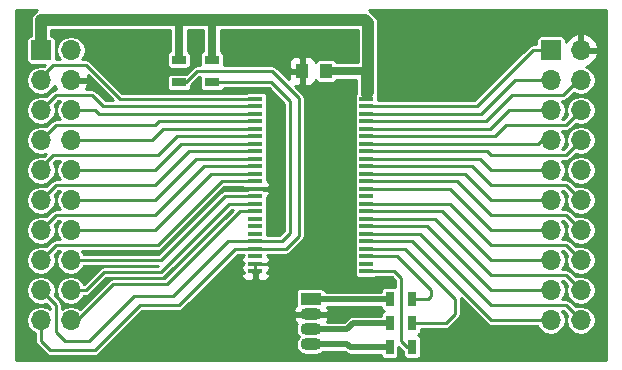
<source format=gbr>
G04 #@! TF.FileFunction,Copper,L1,Top,Signal*
%FSLAX46Y46*%
G04 Gerber Fmt 4.6, Leading zero omitted, Abs format (unit mm)*
G04 Created by KiCad (PCBNEW 4.0.6-e0-6349~53~ubuntu16.04.1) date Thu Aug 24 17:13:08 2017*
%MOMM*%
%LPD*%
G01*
G04 APERTURE LIST*
%ADD10C,0.100000*%
%ADD11R,1.200000X0.400000*%
%ADD12R,1.000000X1.250000*%
%ADD13R,1.800000X1.070000*%
%ADD14O,1.800000X1.070000*%
%ADD15R,1.300000X0.700000*%
%ADD16R,0.700000X1.300000*%
%ADD17R,1.700000X1.700000*%
%ADD18O,1.700000X1.700000*%
%ADD19C,0.600000*%
%ADD20C,0.250000*%
%ADD21C,1.000000*%
%ADD22C,0.700000*%
%ADD23C,0.500000*%
%ADD24C,0.254000*%
G04 APERTURE END LIST*
D10*
D11*
X145160000Y-95567500D03*
X145160000Y-96202500D03*
X145160000Y-96837500D03*
X145160000Y-97472500D03*
X145160000Y-98107500D03*
X145160000Y-98742500D03*
X145160000Y-99377500D03*
X145160000Y-100012500D03*
X145160000Y-100647500D03*
X145160000Y-101282500D03*
X145160000Y-101917500D03*
X145160000Y-102552500D03*
X145160000Y-103187500D03*
X145160000Y-103822500D03*
X145160000Y-104457500D03*
X145160000Y-105092500D03*
X145160000Y-105727500D03*
X145160000Y-106362500D03*
X145160000Y-106997500D03*
X145160000Y-107632500D03*
X145160000Y-108267500D03*
X145160000Y-108902500D03*
X145160000Y-109537500D03*
X145160000Y-110172500D03*
X154560000Y-110172500D03*
X154560000Y-109537500D03*
X154560000Y-108902500D03*
X154560000Y-108267500D03*
X154560000Y-107632500D03*
X154560000Y-106997500D03*
X154560000Y-106362500D03*
X154560000Y-105727500D03*
X154560000Y-105092500D03*
X154560000Y-104457500D03*
X154560000Y-103822500D03*
X154560000Y-103187500D03*
X154560000Y-102552500D03*
X154560000Y-101917500D03*
X154560000Y-101282500D03*
X154560000Y-100647500D03*
X154560000Y-100012500D03*
X154560000Y-99377500D03*
X154560000Y-98742500D03*
X154560000Y-98107500D03*
X154560000Y-97472500D03*
X154560000Y-96837500D03*
X154560000Y-96202500D03*
X154560000Y-95567500D03*
D12*
X151114000Y-93218000D03*
X149114000Y-93218000D03*
D13*
X149860000Y-112522000D03*
D14*
X149860000Y-113792000D03*
X149860000Y-115062000D03*
X149860000Y-116332000D03*
D15*
X141478000Y-92268000D03*
X141478000Y-94168000D03*
X138684000Y-92268000D03*
X138684000Y-94168000D03*
D16*
X156530000Y-114554000D03*
X158430000Y-114554000D03*
X156530000Y-112522000D03*
X158430000Y-112522000D03*
X156530000Y-116586000D03*
X158430000Y-116586000D03*
D17*
X127000000Y-91440000D03*
D18*
X129540000Y-91440000D03*
X127000000Y-93980000D03*
X129540000Y-93980000D03*
X127000000Y-96520000D03*
X129540000Y-96520000D03*
X127000000Y-99060000D03*
X129540000Y-99060000D03*
X127000000Y-101600000D03*
X129540000Y-101600000D03*
X127000000Y-104140000D03*
X129540000Y-104140000D03*
X127000000Y-106680000D03*
X129540000Y-106680000D03*
X127000000Y-109220000D03*
X129540000Y-109220000D03*
X127000000Y-111760000D03*
X129540000Y-111760000D03*
X127000000Y-114300000D03*
X129540000Y-114300000D03*
D17*
X170180000Y-91440000D03*
D18*
X172720000Y-91440000D03*
X170180000Y-93980000D03*
X172720000Y-93980000D03*
X170180000Y-96520000D03*
X172720000Y-96520000D03*
X170180000Y-99060000D03*
X172720000Y-99060000D03*
X170180000Y-101600000D03*
X172720000Y-101600000D03*
X170180000Y-104140000D03*
X172720000Y-104140000D03*
X170180000Y-106680000D03*
X172720000Y-106680000D03*
X170180000Y-109220000D03*
X172720000Y-109220000D03*
X170180000Y-111760000D03*
X172720000Y-111760000D03*
X170180000Y-114300000D03*
X172720000Y-114300000D03*
D19*
X147066000Y-109474000D03*
X149114000Y-93218000D03*
X147066000Y-103124000D03*
D20*
X154560000Y-95567500D02*
X154495500Y-95567500D01*
X154495500Y-95567500D02*
X154178000Y-95250000D01*
X154178000Y-95250000D02*
X154178000Y-93218000D01*
X154686000Y-95441500D02*
X154686000Y-94996000D01*
D21*
X154686000Y-94996000D02*
X154686000Y-93218000D01*
D20*
X154686000Y-95441500D02*
X154560000Y-95567500D01*
D22*
X151114000Y-93218000D02*
X154178000Y-93218000D01*
X154178000Y-93218000D02*
X154686000Y-93218000D01*
X141478000Y-92268000D02*
X141478000Y-88900000D01*
X141478000Y-88900000D02*
X141478000Y-89154000D01*
X141478000Y-89154000D02*
X141478000Y-88900000D01*
X138684000Y-92268000D02*
X138684000Y-88900000D01*
X138684000Y-88900000D02*
X138684000Y-89154000D01*
X138684000Y-89154000D02*
X138684000Y-88900000D01*
D21*
X127000000Y-88900000D02*
X136398000Y-88900000D01*
X136398000Y-88900000D02*
X138684000Y-88900000D01*
X138684000Y-88900000D02*
X141478000Y-88900000D01*
X141478000Y-88900000D02*
X154432000Y-88900000D01*
X154686000Y-89154000D02*
X154686000Y-93218000D01*
X154432000Y-88900000D02*
X154686000Y-89154000D01*
X127000000Y-88900000D02*
X127000000Y-91440000D01*
D20*
X147002500Y-109537500D02*
X147066000Y-109474000D01*
X147002500Y-109537500D02*
X145160000Y-109537500D01*
X145160000Y-103187500D02*
X147002500Y-103187500D01*
X147002500Y-103187500D02*
X147066000Y-103124000D01*
X145160000Y-110172500D02*
X145160000Y-109537500D01*
X127000000Y-93980000D02*
X127000000Y-93726000D01*
X127000000Y-93726000D02*
X128016000Y-92710000D01*
X128016000Y-92710000D02*
X130810000Y-92710000D01*
X130810000Y-92710000D02*
X133667500Y-95567500D01*
X133667500Y-95567500D02*
X145160000Y-95567500D01*
X129540000Y-96520000D02*
X131572000Y-96520000D01*
X131889500Y-96837500D02*
X145160000Y-96837500D01*
X131572000Y-96520000D02*
X131889500Y-96837500D01*
X145096500Y-96774000D02*
X145160000Y-96837500D01*
X127000000Y-96520000D02*
X128270000Y-95250000D01*
X132270500Y-96202500D02*
X145160000Y-96202500D01*
X131318000Y-95250000D02*
X132270500Y-96202500D01*
X128270000Y-95250000D02*
X131318000Y-95250000D01*
X137350500Y-98107500D02*
X145160000Y-98107500D01*
X136398000Y-99060000D02*
X137350500Y-98107500D01*
X129540000Y-99060000D02*
X136398000Y-99060000D01*
X127000000Y-99060000D02*
X128270000Y-97790000D01*
X128270000Y-97790000D02*
X136652000Y-97790000D01*
X136652000Y-97790000D02*
X136969500Y-97472500D01*
X136969500Y-97472500D02*
X145160000Y-97472500D01*
X138874500Y-99377500D02*
X145160000Y-99377500D01*
X136652000Y-101600000D02*
X138874500Y-99377500D01*
X129540000Y-101600000D02*
X136652000Y-101600000D01*
X127000000Y-101600000D02*
X127000000Y-101346000D01*
X127000000Y-101346000D02*
X128016000Y-100330000D01*
X128016000Y-100330000D02*
X136906000Y-100330000D01*
X136906000Y-100330000D02*
X138493500Y-98742500D01*
X138493500Y-98742500D02*
X145160000Y-98742500D01*
X140144500Y-100647500D02*
X145160000Y-100647500D01*
X136652000Y-104140000D02*
X140144500Y-100647500D01*
X129540000Y-104140000D02*
X136652000Y-104140000D01*
X127000000Y-104140000D02*
X128270000Y-102870000D01*
X128270000Y-102870000D02*
X136652000Y-102870000D01*
X136652000Y-102870000D02*
X139509500Y-100012500D01*
X139509500Y-100012500D02*
X145160000Y-100012500D01*
X141414500Y-101917500D02*
X145160000Y-101917500D01*
X136652000Y-106680000D02*
X141414500Y-101917500D01*
X129540000Y-106680000D02*
X136652000Y-106680000D01*
X127000000Y-106680000D02*
X128270000Y-105410000D01*
X128270000Y-105410000D02*
X136652000Y-105410000D01*
X136652000Y-105410000D02*
X140779500Y-101282500D01*
X140779500Y-101282500D02*
X145160000Y-101282500D01*
X142557500Y-103822500D02*
X145160000Y-103822500D01*
X137160000Y-109220000D02*
X142557500Y-103822500D01*
X129540000Y-109220000D02*
X137160000Y-109220000D01*
X127000000Y-109220000D02*
X128270000Y-107950000D01*
X128270000Y-107950000D02*
X136906000Y-107950000D01*
X136906000Y-107950000D02*
X142303500Y-102552500D01*
X142303500Y-102552500D02*
X145160000Y-102552500D01*
X129540000Y-111760000D02*
X130810000Y-111760000D01*
X142938500Y-104457500D02*
X145160000Y-104457500D01*
X137160000Y-110236000D02*
X142938500Y-104457500D01*
X132334000Y-110236000D02*
X137160000Y-110236000D01*
X130810000Y-111760000D02*
X132334000Y-110236000D01*
X141478000Y-94168000D02*
X146492000Y-94168000D01*
X147383500Y-107632500D02*
X145160000Y-107632500D01*
X148082000Y-106934000D02*
X147383500Y-107632500D01*
X148082000Y-95758000D02*
X148082000Y-106934000D01*
X146492000Y-94168000D02*
X148082000Y-95758000D01*
X127000000Y-111760000D02*
X128270000Y-113030000D01*
X142811500Y-107632500D02*
X145160000Y-107632500D01*
X138176000Y-112268000D02*
X142811500Y-107632500D01*
X134874000Y-112268000D02*
X138176000Y-112268000D01*
X131064000Y-116078000D02*
X134874000Y-112268000D01*
X129032000Y-116078000D02*
X131064000Y-116078000D01*
X128270000Y-115316000D02*
X129032000Y-116078000D01*
X128270000Y-113030000D02*
X128270000Y-115316000D01*
X129540000Y-114300000D02*
X130048000Y-114300000D01*
X130048000Y-114300000D02*
X133096000Y-111252000D01*
X133096000Y-111252000D02*
X137668000Y-111252000D01*
X137668000Y-111252000D02*
X143827500Y-105092500D01*
X143827500Y-105092500D02*
X145160000Y-105092500D01*
X138684000Y-94168000D02*
X139258000Y-94168000D01*
X139258000Y-94168000D02*
X140208000Y-93218000D01*
X140208000Y-93218000D02*
X146558000Y-93218000D01*
X146558000Y-93218000D02*
X148844000Y-95504000D01*
X148844000Y-95504000D02*
X148844000Y-107188000D01*
X148844000Y-107188000D02*
X147764500Y-108267500D01*
X147764500Y-108267500D02*
X145160000Y-108267500D01*
X127000000Y-114300000D02*
X127000000Y-116078000D01*
X143446500Y-108267500D02*
X145160000Y-108267500D01*
X138684000Y-113030000D02*
X143446500Y-108267500D01*
X135382000Y-113030000D02*
X138684000Y-113030000D01*
X131572000Y-116840000D02*
X135382000Y-113030000D01*
X127762000Y-116840000D02*
X131572000Y-116840000D01*
X127000000Y-116078000D02*
X127762000Y-116840000D01*
X170180000Y-91440000D02*
X168656000Y-91440000D01*
X168656000Y-91440000D02*
X163893500Y-96202500D01*
X163893500Y-96202500D02*
X154560000Y-96202500D01*
X164655500Y-97472500D02*
X154560000Y-97472500D01*
X166878000Y-95250000D02*
X164655500Y-97472500D01*
X171196000Y-95250000D02*
X166878000Y-95250000D01*
X172720000Y-93980000D02*
X172466000Y-93980000D01*
X172466000Y-93980000D02*
X171196000Y-95250000D01*
X170180000Y-93980000D02*
X167132000Y-93980000D01*
X167132000Y-93980000D02*
X164274500Y-96837500D01*
X164274500Y-96837500D02*
X154560000Y-96837500D01*
X165417500Y-98742500D02*
X154560000Y-98742500D01*
X166370000Y-97790000D02*
X165417500Y-98742500D01*
X171450000Y-97790000D02*
X166370000Y-97790000D01*
X172720000Y-96520000D02*
X171450000Y-97790000D01*
X170180000Y-96520000D02*
X166624000Y-96520000D01*
X166624000Y-96520000D02*
X165036500Y-98107500D01*
X165036500Y-98107500D02*
X154560000Y-98107500D01*
X164782500Y-100012500D02*
X154560000Y-100012500D01*
X165100000Y-100330000D02*
X164782500Y-100012500D01*
X171450000Y-100330000D02*
X165100000Y-100330000D01*
X172720000Y-99060000D02*
X171450000Y-100330000D01*
X170180000Y-99060000D02*
X169418000Y-99060000D01*
X169418000Y-99060000D02*
X169100500Y-99377500D01*
X169100500Y-99377500D02*
X154560000Y-99377500D01*
X170180000Y-101600000D02*
X165100000Y-101600000D01*
X165100000Y-101600000D02*
X164147500Y-100647500D01*
X164147500Y-100647500D02*
X154560000Y-100647500D01*
X163512500Y-101282500D02*
X154560000Y-101282500D01*
X165100000Y-102870000D02*
X163512500Y-101282500D01*
X171450000Y-102870000D02*
X165100000Y-102870000D01*
X172720000Y-104140000D02*
X171450000Y-102870000D01*
X170180000Y-104140000D02*
X165100000Y-104140000D01*
X165100000Y-104140000D02*
X162877500Y-101917500D01*
X162877500Y-101917500D02*
X154560000Y-101917500D01*
X162242500Y-102552500D02*
X154560000Y-102552500D01*
X165100000Y-105410000D02*
X162242500Y-102552500D01*
X171450000Y-105410000D02*
X165100000Y-105410000D01*
X172720000Y-106680000D02*
X171450000Y-105410000D01*
X170180000Y-106680000D02*
X165100000Y-106680000D01*
X165100000Y-106680000D02*
X161607500Y-103187500D01*
X161607500Y-103187500D02*
X154560000Y-103187500D01*
X161607500Y-104457500D02*
X154560000Y-104457500D01*
X165100000Y-107950000D02*
X161607500Y-104457500D01*
X171450000Y-107950000D02*
X165100000Y-107950000D01*
X172720000Y-109220000D02*
X171450000Y-107950000D01*
X170180000Y-109220000D02*
X165100000Y-109220000D01*
X165100000Y-109220000D02*
X160972500Y-105092500D01*
X160972500Y-105092500D02*
X154560000Y-105092500D01*
X160337500Y-105727500D02*
X154560000Y-105727500D01*
X165100000Y-110490000D02*
X160337500Y-105727500D01*
X171450000Y-110490000D02*
X165100000Y-110490000D01*
X172720000Y-111760000D02*
X171450000Y-110490000D01*
X170180000Y-111760000D02*
X165100000Y-111760000D01*
X165100000Y-111760000D02*
X159702500Y-106362500D01*
X159702500Y-106362500D02*
X154560000Y-106362500D01*
X159067500Y-106997500D02*
X154560000Y-106997500D01*
X165100000Y-113030000D02*
X159067500Y-106997500D01*
X171450000Y-113030000D02*
X165100000Y-113030000D01*
X172720000Y-114300000D02*
X171450000Y-113030000D01*
X170180000Y-114300000D02*
X165100000Y-114300000D01*
X165100000Y-114300000D02*
X158432500Y-107632500D01*
X158432500Y-107632500D02*
X154560000Y-107632500D01*
D23*
X156530000Y-112522000D02*
X149860000Y-112522000D01*
X156530000Y-114554000D02*
X153416000Y-114554000D01*
X152908000Y-115062000D02*
X149860000Y-115062000D01*
X153416000Y-114554000D02*
X152908000Y-115062000D01*
X156530000Y-116586000D02*
X153162000Y-116586000D01*
X152908000Y-116332000D02*
X149860000Y-116332000D01*
X153162000Y-116586000D02*
X152908000Y-116332000D01*
D20*
X154560000Y-108267500D02*
X157797500Y-108267500D01*
X161290000Y-114554000D02*
X158430000Y-114554000D01*
X162052000Y-113792000D02*
X161290000Y-114554000D01*
X162052000Y-112522000D02*
X162052000Y-113792000D01*
X157797500Y-108267500D02*
X162052000Y-112522000D01*
X154560000Y-108902500D02*
X157162500Y-108902500D01*
X159766000Y-112522000D02*
X158430000Y-112522000D01*
X160020000Y-112268000D02*
X159766000Y-112522000D01*
X160020000Y-111760000D02*
X160020000Y-112268000D01*
X157162500Y-108902500D02*
X160020000Y-111760000D01*
X154560000Y-110172500D02*
X156908500Y-110172500D01*
X157988000Y-116586000D02*
X158430000Y-116586000D01*
X157480000Y-116078000D02*
X157988000Y-116586000D01*
X157480000Y-110744000D02*
X157480000Y-116078000D01*
X156908500Y-110172500D02*
X157480000Y-110744000D01*
D24*
G36*
X126662856Y-88086062D02*
X126377039Y-88277039D01*
X126186062Y-88562856D01*
X126119000Y-88900000D01*
X126119000Y-90207369D01*
X126008810Y-90228103D01*
X125879135Y-90311546D01*
X125792141Y-90438866D01*
X125761536Y-90590000D01*
X125761536Y-92290000D01*
X125788103Y-92431190D01*
X125871546Y-92560865D01*
X125998866Y-92647859D01*
X126150000Y-92678464D01*
X127331944Y-92678464D01*
X127222039Y-92788369D01*
X127024117Y-92749000D01*
X126975883Y-92749000D01*
X126504800Y-92842704D01*
X126105435Y-93109552D01*
X125838587Y-93508917D01*
X125744883Y-93980000D01*
X125838587Y-94451083D01*
X126105435Y-94850448D01*
X126504800Y-95117296D01*
X126975883Y-95211000D01*
X127024117Y-95211000D01*
X127495200Y-95117296D01*
X127894565Y-94850448D01*
X128151788Y-94465488D01*
X128267361Y-94744525D01*
X128076362Y-94782517D01*
X127912204Y-94892204D01*
X127433898Y-95370510D01*
X127024117Y-95289000D01*
X126975883Y-95289000D01*
X126504800Y-95382704D01*
X126105435Y-95649552D01*
X125838587Y-96048917D01*
X125744883Y-96520000D01*
X125838587Y-96991083D01*
X126105435Y-97390448D01*
X126504800Y-97657296D01*
X126975883Y-97751000D01*
X127024117Y-97751000D01*
X127495200Y-97657296D01*
X127894565Y-97390448D01*
X128161413Y-96991083D01*
X128255117Y-96520000D01*
X128165604Y-96069988D01*
X128479592Y-95756000D01*
X128574308Y-95756000D01*
X128378587Y-96048917D01*
X128284883Y-96520000D01*
X128378587Y-96991083D01*
X128574308Y-97284000D01*
X128270000Y-97284000D01*
X128076362Y-97322517D01*
X127912204Y-97432204D01*
X127433898Y-97910510D01*
X127024117Y-97829000D01*
X126975883Y-97829000D01*
X126504800Y-97922704D01*
X126105435Y-98189552D01*
X125838587Y-98588917D01*
X125744883Y-99060000D01*
X125838587Y-99531083D01*
X126105435Y-99930448D01*
X126504800Y-100197296D01*
X126975883Y-100291000D01*
X127024117Y-100291000D01*
X127417695Y-100212713D01*
X127222039Y-100408369D01*
X127024117Y-100369000D01*
X126975883Y-100369000D01*
X126504800Y-100462704D01*
X126105435Y-100729552D01*
X125838587Y-101128917D01*
X125744883Y-101600000D01*
X125838587Y-102071083D01*
X126105435Y-102470448D01*
X126504800Y-102737296D01*
X126975883Y-102831000D01*
X127024117Y-102831000D01*
X127495200Y-102737296D01*
X127894565Y-102470448D01*
X128161413Y-102071083D01*
X128255117Y-101600000D01*
X128161413Y-101128917D01*
X128069793Y-100991799D01*
X128225592Y-100836000D01*
X128574308Y-100836000D01*
X128378587Y-101128917D01*
X128284883Y-101600000D01*
X128378587Y-102071083D01*
X128574308Y-102364000D01*
X128270000Y-102364000D01*
X128076362Y-102402517D01*
X127912204Y-102512204D01*
X127433898Y-102990510D01*
X127024117Y-102909000D01*
X126975883Y-102909000D01*
X126504800Y-103002704D01*
X126105435Y-103269552D01*
X125838587Y-103668917D01*
X125744883Y-104140000D01*
X125838587Y-104611083D01*
X126105435Y-105010448D01*
X126504800Y-105277296D01*
X126975883Y-105371000D01*
X127024117Y-105371000D01*
X127495200Y-105277296D01*
X127894565Y-105010448D01*
X128161413Y-104611083D01*
X128255117Y-104140000D01*
X128165604Y-103689988D01*
X128479592Y-103376000D01*
X128574308Y-103376000D01*
X128378587Y-103668917D01*
X128284883Y-104140000D01*
X128378587Y-104611083D01*
X128574308Y-104904000D01*
X128270000Y-104904000D01*
X128076362Y-104942517D01*
X127912204Y-105052204D01*
X127433898Y-105530510D01*
X127024117Y-105449000D01*
X126975883Y-105449000D01*
X126504800Y-105542704D01*
X126105435Y-105809552D01*
X125838587Y-106208917D01*
X125744883Y-106680000D01*
X125838587Y-107151083D01*
X126105435Y-107550448D01*
X126504800Y-107817296D01*
X126975883Y-107911000D01*
X127024117Y-107911000D01*
X127495200Y-107817296D01*
X127894565Y-107550448D01*
X128161413Y-107151083D01*
X128255117Y-106680000D01*
X128165604Y-106229988D01*
X128479592Y-105916000D01*
X128574308Y-105916000D01*
X128378587Y-106208917D01*
X128284883Y-106680000D01*
X128378587Y-107151083D01*
X128574308Y-107444000D01*
X128270000Y-107444000D01*
X128076362Y-107482517D01*
X127912204Y-107592204D01*
X127433898Y-108070510D01*
X127024117Y-107989000D01*
X126975883Y-107989000D01*
X126504800Y-108082704D01*
X126105435Y-108349552D01*
X125838587Y-108748917D01*
X125744883Y-109220000D01*
X125838587Y-109691083D01*
X126105435Y-110090448D01*
X126504800Y-110357296D01*
X126975883Y-110451000D01*
X127024117Y-110451000D01*
X127495200Y-110357296D01*
X127894565Y-110090448D01*
X128161413Y-109691083D01*
X128255117Y-109220000D01*
X128165604Y-108769988D01*
X128479592Y-108456000D01*
X128574308Y-108456000D01*
X128378587Y-108748917D01*
X128284883Y-109220000D01*
X128378587Y-109691083D01*
X128645435Y-110090448D01*
X129044800Y-110357296D01*
X129515883Y-110451000D01*
X129564117Y-110451000D01*
X130035200Y-110357296D01*
X130434565Y-110090448D01*
X130678082Y-109726000D01*
X136954408Y-109726000D01*
X136950408Y-109730000D01*
X132334000Y-109730000D01*
X132140362Y-109768517D01*
X131976204Y-109878204D01*
X130646970Y-111207438D01*
X130434565Y-110889552D01*
X130035200Y-110622704D01*
X129564117Y-110529000D01*
X129515883Y-110529000D01*
X129044800Y-110622704D01*
X128645435Y-110889552D01*
X128378587Y-111288917D01*
X128284883Y-111760000D01*
X128378587Y-112231083D01*
X128645435Y-112630448D01*
X129044800Y-112897296D01*
X129515883Y-112991000D01*
X129564117Y-112991000D01*
X130035200Y-112897296D01*
X130434565Y-112630448D01*
X130678082Y-112266000D01*
X130810000Y-112266000D01*
X131003638Y-112227483D01*
X131167796Y-112117796D01*
X132543592Y-110742000D01*
X137160000Y-110742000D01*
X137353638Y-110703483D01*
X137517796Y-110593796D01*
X143148092Y-104963500D01*
X143240908Y-104963500D01*
X137458408Y-110746000D01*
X133096000Y-110746000D01*
X132902362Y-110784517D01*
X132738204Y-110894204D01*
X130295666Y-113336742D01*
X130035200Y-113162704D01*
X129564117Y-113069000D01*
X129515883Y-113069000D01*
X129044800Y-113162704D01*
X128776000Y-113342311D01*
X128776000Y-113030000D01*
X128737483Y-112836362D01*
X128627796Y-112672204D01*
X128165604Y-112210012D01*
X128255117Y-111760000D01*
X128161413Y-111288917D01*
X127894565Y-110889552D01*
X127495200Y-110622704D01*
X127024117Y-110529000D01*
X126975883Y-110529000D01*
X126504800Y-110622704D01*
X126105435Y-110889552D01*
X125838587Y-111288917D01*
X125744883Y-111760000D01*
X125838587Y-112231083D01*
X126105435Y-112630448D01*
X126504800Y-112897296D01*
X126975883Y-112991000D01*
X127024117Y-112991000D01*
X127433898Y-112909490D01*
X127764000Y-113239592D01*
X127764000Y-113342311D01*
X127495200Y-113162704D01*
X127024117Y-113069000D01*
X126975883Y-113069000D01*
X126504800Y-113162704D01*
X126105435Y-113429552D01*
X125838587Y-113828917D01*
X125744883Y-114300000D01*
X125838587Y-114771083D01*
X126105435Y-115170448D01*
X126494000Y-115430080D01*
X126494000Y-116078000D01*
X126532517Y-116271638D01*
X126642204Y-116435796D01*
X127404204Y-117197796D01*
X127568362Y-117307483D01*
X127762000Y-117346000D01*
X131572000Y-117346000D01*
X131765638Y-117307483D01*
X131929796Y-117197796D01*
X135591592Y-113536000D01*
X138684000Y-113536000D01*
X138877638Y-113497483D01*
X139041796Y-113387796D01*
X143656092Y-108773500D01*
X144171536Y-108773500D01*
X144171536Y-108827939D01*
X144021673Y-108977801D01*
X143925000Y-109211190D01*
X143925000Y-109278750D01*
X144083750Y-109437500D01*
X144196975Y-109437500D01*
X144021673Y-109612801D01*
X143960313Y-109760937D01*
X143925000Y-109796250D01*
X143925000Y-109913750D01*
X143960313Y-109949063D01*
X144021673Y-110097199D01*
X144196975Y-110272500D01*
X144083750Y-110272500D01*
X143925000Y-110431250D01*
X143925000Y-110498810D01*
X144021673Y-110732199D01*
X144200302Y-110910827D01*
X144433691Y-111007500D01*
X144874250Y-111007500D01*
X145033000Y-110848750D01*
X145033000Y-110272500D01*
X144974250Y-110272500D01*
X145033000Y-110213750D01*
X145033000Y-110025500D01*
X145287000Y-110025500D01*
X145287000Y-110213750D01*
X145345750Y-110272500D01*
X145287000Y-110272500D01*
X145287000Y-110848750D01*
X145445750Y-111007500D01*
X145886309Y-111007500D01*
X146119698Y-110910827D01*
X146298327Y-110732199D01*
X146395000Y-110498810D01*
X146395000Y-110431250D01*
X146236250Y-110272500D01*
X146123025Y-110272500D01*
X146298327Y-110097199D01*
X146359687Y-109949063D01*
X146395000Y-109913750D01*
X146395000Y-109796250D01*
X146359687Y-109760937D01*
X146298327Y-109612801D01*
X146123025Y-109437500D01*
X146236250Y-109437500D01*
X146395000Y-109278750D01*
X146395000Y-109211190D01*
X146298327Y-108977801D01*
X146148464Y-108827939D01*
X146148464Y-108773500D01*
X147764500Y-108773500D01*
X147958138Y-108734983D01*
X148122296Y-108625296D01*
X149201796Y-107545796D01*
X149230057Y-107503500D01*
X149311483Y-107381638D01*
X149350000Y-107188000D01*
X149350000Y-95504000D01*
X149311483Y-95310362D01*
X149201796Y-95146204D01*
X148533592Y-94478000D01*
X148828250Y-94478000D01*
X148987000Y-94319250D01*
X148987000Y-93345000D01*
X148137750Y-93345000D01*
X147979000Y-93503750D01*
X147979000Y-93923408D01*
X146915796Y-92860204D01*
X146751638Y-92750517D01*
X146558000Y-92712000D01*
X142497429Y-92712000D01*
X142516464Y-92618000D01*
X142516464Y-92466690D01*
X147979000Y-92466690D01*
X147979000Y-92932250D01*
X148137750Y-93091000D01*
X148987000Y-93091000D01*
X148987000Y-92116750D01*
X148828250Y-91958000D01*
X148487691Y-91958000D01*
X148254302Y-92054673D01*
X148075673Y-92233301D01*
X147979000Y-92466690D01*
X142516464Y-92466690D01*
X142516464Y-91918000D01*
X142489897Y-91776810D01*
X142406454Y-91647135D01*
X142279134Y-91560141D01*
X142209000Y-91545939D01*
X142209000Y-89781000D01*
X153805000Y-89781000D01*
X153805000Y-92487000D01*
X151982519Y-92487000D01*
X151975897Y-92451810D01*
X151892454Y-92322135D01*
X151765134Y-92235141D01*
X151614000Y-92204536D01*
X150614000Y-92204536D01*
X150472810Y-92231103D01*
X150343135Y-92314546D01*
X150256141Y-92441866D01*
X150249000Y-92477130D01*
X150249000Y-92466690D01*
X150152327Y-92233301D01*
X149973698Y-92054673D01*
X149740309Y-91958000D01*
X149399750Y-91958000D01*
X149241000Y-92116750D01*
X149241000Y-93091000D01*
X149261000Y-93091000D01*
X149261000Y-93345000D01*
X149241000Y-93345000D01*
X149241000Y-94319250D01*
X149399750Y-94478000D01*
X149740309Y-94478000D01*
X149973698Y-94381327D01*
X150152327Y-94202699D01*
X150249000Y-93969310D01*
X150249000Y-93967699D01*
X150252103Y-93984190D01*
X150335546Y-94113865D01*
X150462866Y-94200859D01*
X150614000Y-94231464D01*
X151614000Y-94231464D01*
X151755190Y-94204897D01*
X151884865Y-94121454D01*
X151971859Y-93994134D01*
X151980999Y-93949000D01*
X153672000Y-93949000D01*
X153672000Y-95114124D01*
X153602141Y-95216366D01*
X153571536Y-95367500D01*
X153571536Y-95767500D01*
X153594457Y-95889312D01*
X153571536Y-96002500D01*
X153571536Y-96402500D01*
X153594457Y-96524312D01*
X153571536Y-96637500D01*
X153571536Y-97037500D01*
X153594457Y-97159312D01*
X153571536Y-97272500D01*
X153571536Y-97672500D01*
X153594457Y-97794312D01*
X153571536Y-97907500D01*
X153571536Y-98307500D01*
X153594457Y-98429312D01*
X153571536Y-98542500D01*
X153571536Y-98942500D01*
X153594457Y-99064312D01*
X153571536Y-99177500D01*
X153571536Y-99577500D01*
X153594457Y-99699312D01*
X153571536Y-99812500D01*
X153571536Y-100212500D01*
X153594457Y-100334312D01*
X153571536Y-100447500D01*
X153571536Y-100847500D01*
X153594457Y-100969312D01*
X153571536Y-101082500D01*
X153571536Y-101482500D01*
X153594457Y-101604312D01*
X153571536Y-101717500D01*
X153571536Y-102117500D01*
X153594457Y-102239312D01*
X153571536Y-102352500D01*
X153571536Y-102752500D01*
X153594457Y-102874312D01*
X153571536Y-102987500D01*
X153571536Y-103387500D01*
X153594457Y-103509312D01*
X153571536Y-103622500D01*
X153571536Y-104022500D01*
X153594457Y-104144312D01*
X153571536Y-104257500D01*
X153571536Y-104657500D01*
X153594457Y-104779312D01*
X153571536Y-104892500D01*
X153571536Y-105292500D01*
X153594457Y-105414312D01*
X153571536Y-105527500D01*
X153571536Y-105927500D01*
X153594457Y-106049312D01*
X153571536Y-106162500D01*
X153571536Y-106562500D01*
X153594457Y-106684312D01*
X153571536Y-106797500D01*
X153571536Y-107197500D01*
X153594457Y-107319312D01*
X153571536Y-107432500D01*
X153571536Y-107832500D01*
X153594457Y-107954312D01*
X153571536Y-108067500D01*
X153571536Y-108467500D01*
X153594457Y-108589312D01*
X153571536Y-108702500D01*
X153571536Y-109102500D01*
X153594457Y-109224312D01*
X153571536Y-109337500D01*
X153571536Y-109737500D01*
X153594457Y-109859312D01*
X153571536Y-109972500D01*
X153571536Y-110372500D01*
X153598103Y-110513690D01*
X153681546Y-110643365D01*
X153808866Y-110730359D01*
X153960000Y-110760964D01*
X155160000Y-110760964D01*
X155301190Y-110734397D01*
X155388057Y-110678500D01*
X156698908Y-110678500D01*
X156974000Y-110953592D01*
X156974000Y-111502571D01*
X156880000Y-111483536D01*
X156180000Y-111483536D01*
X156038810Y-111510103D01*
X155909135Y-111593546D01*
X155822141Y-111720866D01*
X155791536Y-111872000D01*
X155791536Y-111891000D01*
X151130400Y-111891000D01*
X151121897Y-111845810D01*
X151038454Y-111716135D01*
X150911134Y-111629141D01*
X150760000Y-111598536D01*
X148960000Y-111598536D01*
X148818810Y-111625103D01*
X148689135Y-111708546D01*
X148602141Y-111835866D01*
X148571536Y-111987000D01*
X148571536Y-113057000D01*
X148572949Y-113064509D01*
X148366100Y-113484617D01*
X148491756Y-113665000D01*
X149733000Y-113665000D01*
X149733000Y-113645000D01*
X149987000Y-113645000D01*
X149987000Y-113665000D01*
X151228244Y-113665000D01*
X151353900Y-113484617D01*
X151190621Y-113153000D01*
X155791536Y-113153000D01*
X155791536Y-113172000D01*
X155818103Y-113313190D01*
X155901546Y-113442865D01*
X156028866Y-113529859D01*
X156064997Y-113537176D01*
X156038810Y-113542103D01*
X155909135Y-113625546D01*
X155822141Y-113752866D01*
X155791536Y-113904000D01*
X155791536Y-113923000D01*
X153416000Y-113923000D01*
X153174527Y-113971032D01*
X153174525Y-113971033D01*
X153174526Y-113971033D01*
X152969815Y-114107816D01*
X152646632Y-114431000D01*
X151190621Y-114431000D01*
X151353900Y-114099383D01*
X151228244Y-113919000D01*
X149987000Y-113919000D01*
X149987000Y-113939000D01*
X149733000Y-113939000D01*
X149733000Y-113919000D01*
X148491756Y-113919000D01*
X148366100Y-114099383D01*
X148577883Y-114529512D01*
X148685170Y-114619361D01*
X148623630Y-114711462D01*
X148553904Y-115062000D01*
X148623630Y-115412538D01*
X148813701Y-115697000D01*
X148623630Y-115981462D01*
X148553904Y-116332000D01*
X148623630Y-116682538D01*
X148822194Y-116979710D01*
X149119366Y-117178274D01*
X149469904Y-117248000D01*
X150250096Y-117248000D01*
X150600634Y-117178274D01*
X150897806Y-116979710D01*
X150908971Y-116963000D01*
X152646631Y-116963000D01*
X152715815Y-117032184D01*
X152920526Y-117168968D01*
X152960589Y-117176937D01*
X153162000Y-117217000D01*
X155791536Y-117217000D01*
X155791536Y-117236000D01*
X155818103Y-117377190D01*
X155901546Y-117506865D01*
X156028866Y-117593859D01*
X156180000Y-117624464D01*
X156880000Y-117624464D01*
X157021190Y-117597897D01*
X157150865Y-117514454D01*
X157237859Y-117387134D01*
X157268464Y-117236000D01*
X157268464Y-116582056D01*
X157630204Y-116943796D01*
X157691536Y-116984777D01*
X157691536Y-117236000D01*
X157718103Y-117377190D01*
X157801546Y-117506865D01*
X157928866Y-117593859D01*
X158080000Y-117624464D01*
X158780000Y-117624464D01*
X158921190Y-117597897D01*
X159050865Y-117514454D01*
X159137859Y-117387134D01*
X159168464Y-117236000D01*
X159168464Y-115936000D01*
X159141897Y-115794810D01*
X159058454Y-115665135D01*
X158931134Y-115578141D01*
X158895003Y-115570824D01*
X158921190Y-115565897D01*
X159050865Y-115482454D01*
X159137859Y-115355134D01*
X159168464Y-115204000D01*
X159168464Y-115060000D01*
X161290000Y-115060000D01*
X161483638Y-115021483D01*
X161647796Y-114911796D01*
X162409796Y-114149796D01*
X162443481Y-114099383D01*
X162519483Y-113985638D01*
X162558000Y-113792000D01*
X162558000Y-112522000D01*
X162545980Y-112461572D01*
X164742204Y-114657796D01*
X164906362Y-114767483D01*
X165100000Y-114806000D01*
X169041918Y-114806000D01*
X169285435Y-115170448D01*
X169684800Y-115437296D01*
X170155883Y-115531000D01*
X170204117Y-115531000D01*
X170675200Y-115437296D01*
X171074565Y-115170448D01*
X171341413Y-114771083D01*
X171435117Y-114300000D01*
X171341413Y-113828917D01*
X171145692Y-113536000D01*
X171240408Y-113536000D01*
X171554396Y-113849988D01*
X171464883Y-114300000D01*
X171558587Y-114771083D01*
X171825435Y-115170448D01*
X172224800Y-115437296D01*
X172695883Y-115531000D01*
X172744117Y-115531000D01*
X173215200Y-115437296D01*
X173614565Y-115170448D01*
X173881413Y-114771083D01*
X173975117Y-114300000D01*
X173881413Y-113828917D01*
X173614565Y-113429552D01*
X173215200Y-113162704D01*
X172744117Y-113069000D01*
X172695883Y-113069000D01*
X172286102Y-113150510D01*
X171807796Y-112672204D01*
X171643638Y-112562517D01*
X171450000Y-112524000D01*
X171145692Y-112524000D01*
X171341413Y-112231083D01*
X171435117Y-111760000D01*
X171341413Y-111288917D01*
X171145692Y-110996000D01*
X171240408Y-110996000D01*
X171554396Y-111309988D01*
X171464883Y-111760000D01*
X171558587Y-112231083D01*
X171825435Y-112630448D01*
X172224800Y-112897296D01*
X172695883Y-112991000D01*
X172744117Y-112991000D01*
X173215200Y-112897296D01*
X173614565Y-112630448D01*
X173881413Y-112231083D01*
X173975117Y-111760000D01*
X173881413Y-111288917D01*
X173614565Y-110889552D01*
X173215200Y-110622704D01*
X172744117Y-110529000D01*
X172695883Y-110529000D01*
X172286102Y-110610510D01*
X171807796Y-110132204D01*
X171643638Y-110022517D01*
X171450000Y-109984000D01*
X171145692Y-109984000D01*
X171341413Y-109691083D01*
X171435117Y-109220000D01*
X171341413Y-108748917D01*
X171145692Y-108456000D01*
X171240408Y-108456000D01*
X171554396Y-108769988D01*
X171464883Y-109220000D01*
X171558587Y-109691083D01*
X171825435Y-110090448D01*
X172224800Y-110357296D01*
X172695883Y-110451000D01*
X172744117Y-110451000D01*
X173215200Y-110357296D01*
X173614565Y-110090448D01*
X173881413Y-109691083D01*
X173975117Y-109220000D01*
X173881413Y-108748917D01*
X173614565Y-108349552D01*
X173215200Y-108082704D01*
X172744117Y-107989000D01*
X172695883Y-107989000D01*
X172286102Y-108070510D01*
X171807796Y-107592204D01*
X171643638Y-107482517D01*
X171450000Y-107444000D01*
X171145692Y-107444000D01*
X171341413Y-107151083D01*
X171435117Y-106680000D01*
X171341413Y-106208917D01*
X171145692Y-105916000D01*
X171240408Y-105916000D01*
X171554396Y-106229988D01*
X171464883Y-106680000D01*
X171558587Y-107151083D01*
X171825435Y-107550448D01*
X172224800Y-107817296D01*
X172695883Y-107911000D01*
X172744117Y-107911000D01*
X173215200Y-107817296D01*
X173614565Y-107550448D01*
X173881413Y-107151083D01*
X173975117Y-106680000D01*
X173881413Y-106208917D01*
X173614565Y-105809552D01*
X173215200Y-105542704D01*
X172744117Y-105449000D01*
X172695883Y-105449000D01*
X172286102Y-105530510D01*
X171807796Y-105052204D01*
X171643638Y-104942517D01*
X171450000Y-104904000D01*
X171145692Y-104904000D01*
X171341413Y-104611083D01*
X171435117Y-104140000D01*
X171341413Y-103668917D01*
X171145692Y-103376000D01*
X171240408Y-103376000D01*
X171554396Y-103689988D01*
X171464883Y-104140000D01*
X171558587Y-104611083D01*
X171825435Y-105010448D01*
X172224800Y-105277296D01*
X172695883Y-105371000D01*
X172744117Y-105371000D01*
X173215200Y-105277296D01*
X173614565Y-105010448D01*
X173881413Y-104611083D01*
X173975117Y-104140000D01*
X173881413Y-103668917D01*
X173614565Y-103269552D01*
X173215200Y-103002704D01*
X172744117Y-102909000D01*
X172695883Y-102909000D01*
X172286102Y-102990510D01*
X171807796Y-102512204D01*
X171643638Y-102402517D01*
X171450000Y-102364000D01*
X171145692Y-102364000D01*
X171341413Y-102071083D01*
X171435117Y-101600000D01*
X171464883Y-101600000D01*
X171558587Y-102071083D01*
X171825435Y-102470448D01*
X172224800Y-102737296D01*
X172695883Y-102831000D01*
X172744117Y-102831000D01*
X173215200Y-102737296D01*
X173614565Y-102470448D01*
X173881413Y-102071083D01*
X173975117Y-101600000D01*
X173881413Y-101128917D01*
X173614565Y-100729552D01*
X173215200Y-100462704D01*
X172744117Y-100369000D01*
X172695883Y-100369000D01*
X172224800Y-100462704D01*
X171825435Y-100729552D01*
X171558587Y-101128917D01*
X171464883Y-101600000D01*
X171435117Y-101600000D01*
X171341413Y-101128917D01*
X171145692Y-100836000D01*
X171450000Y-100836000D01*
X171643638Y-100797483D01*
X171807796Y-100687796D01*
X172286102Y-100209490D01*
X172695883Y-100291000D01*
X172744117Y-100291000D01*
X173215200Y-100197296D01*
X173614565Y-99930448D01*
X173881413Y-99531083D01*
X173975117Y-99060000D01*
X173881413Y-98588917D01*
X173614565Y-98189552D01*
X173215200Y-97922704D01*
X172744117Y-97829000D01*
X172695883Y-97829000D01*
X172224800Y-97922704D01*
X171825435Y-98189552D01*
X171558587Y-98588917D01*
X171464883Y-99060000D01*
X171554396Y-99510012D01*
X171240408Y-99824000D01*
X171145692Y-99824000D01*
X171341413Y-99531083D01*
X171435117Y-99060000D01*
X171341413Y-98588917D01*
X171145692Y-98296000D01*
X171450000Y-98296000D01*
X171643638Y-98257483D01*
X171807796Y-98147796D01*
X172286102Y-97669490D01*
X172695883Y-97751000D01*
X172744117Y-97751000D01*
X173215200Y-97657296D01*
X173614565Y-97390448D01*
X173881413Y-96991083D01*
X173975117Y-96520000D01*
X173881413Y-96048917D01*
X173614565Y-95649552D01*
X173215200Y-95382704D01*
X172744117Y-95289000D01*
X172695883Y-95289000D01*
X172224800Y-95382704D01*
X171825435Y-95649552D01*
X171558587Y-96048917D01*
X171464883Y-96520000D01*
X171554396Y-96970012D01*
X171240408Y-97284000D01*
X171145692Y-97284000D01*
X171341413Y-96991083D01*
X171435117Y-96520000D01*
X171341413Y-96048917D01*
X171145692Y-95756000D01*
X171196000Y-95756000D01*
X171389638Y-95717483D01*
X171553796Y-95607796D01*
X172116596Y-95044996D01*
X172224800Y-95117296D01*
X172695883Y-95211000D01*
X172744117Y-95211000D01*
X173215200Y-95117296D01*
X173614565Y-94850448D01*
X173881413Y-94451083D01*
X173975117Y-93980000D01*
X173881413Y-93508917D01*
X173614565Y-93109552D01*
X173215200Y-92842704D01*
X173176053Y-92834917D01*
X173601358Y-92635183D01*
X173991645Y-92206924D01*
X174161476Y-91796890D01*
X174040155Y-91567000D01*
X172847000Y-91567000D01*
X172847000Y-91587000D01*
X172593000Y-91587000D01*
X172593000Y-91567000D01*
X172573000Y-91567000D01*
X172573000Y-91313000D01*
X172593000Y-91313000D01*
X172593000Y-90119181D01*
X172847000Y-90119181D01*
X172847000Y-91313000D01*
X174040155Y-91313000D01*
X174161476Y-91083110D01*
X173991645Y-90673076D01*
X173601358Y-90244817D01*
X173076892Y-89998514D01*
X172847000Y-90119181D01*
X172593000Y-90119181D01*
X172363108Y-89998514D01*
X171838642Y-90244817D01*
X171448355Y-90673076D01*
X171418464Y-90745244D01*
X171418464Y-90590000D01*
X171391897Y-90448810D01*
X171308454Y-90319135D01*
X171181134Y-90232141D01*
X171030000Y-90201536D01*
X169330000Y-90201536D01*
X169188810Y-90228103D01*
X169059135Y-90311546D01*
X168972141Y-90438866D01*
X168941536Y-90590000D01*
X168941536Y-90934000D01*
X168656000Y-90934000D01*
X168462362Y-90972517D01*
X168298204Y-91082204D01*
X163683908Y-95696500D01*
X155548464Y-95696500D01*
X155548464Y-95367500D01*
X155521897Y-95226310D01*
X155521356Y-95225469D01*
X155567000Y-94996000D01*
X155567000Y-89154000D01*
X155499938Y-88816856D01*
X155308961Y-88531039D01*
X155054961Y-88277039D01*
X154769144Y-88086062D01*
X154768832Y-88086000D01*
X174804000Y-88086000D01*
X174804000Y-117654000D01*
X124916000Y-117654000D01*
X124916000Y-88086000D01*
X126663168Y-88086000D01*
X126662856Y-88086062D01*
X126662856Y-88086062D01*
G37*
X126662856Y-88086062D02*
X126377039Y-88277039D01*
X126186062Y-88562856D01*
X126119000Y-88900000D01*
X126119000Y-90207369D01*
X126008810Y-90228103D01*
X125879135Y-90311546D01*
X125792141Y-90438866D01*
X125761536Y-90590000D01*
X125761536Y-92290000D01*
X125788103Y-92431190D01*
X125871546Y-92560865D01*
X125998866Y-92647859D01*
X126150000Y-92678464D01*
X127331944Y-92678464D01*
X127222039Y-92788369D01*
X127024117Y-92749000D01*
X126975883Y-92749000D01*
X126504800Y-92842704D01*
X126105435Y-93109552D01*
X125838587Y-93508917D01*
X125744883Y-93980000D01*
X125838587Y-94451083D01*
X126105435Y-94850448D01*
X126504800Y-95117296D01*
X126975883Y-95211000D01*
X127024117Y-95211000D01*
X127495200Y-95117296D01*
X127894565Y-94850448D01*
X128151788Y-94465488D01*
X128267361Y-94744525D01*
X128076362Y-94782517D01*
X127912204Y-94892204D01*
X127433898Y-95370510D01*
X127024117Y-95289000D01*
X126975883Y-95289000D01*
X126504800Y-95382704D01*
X126105435Y-95649552D01*
X125838587Y-96048917D01*
X125744883Y-96520000D01*
X125838587Y-96991083D01*
X126105435Y-97390448D01*
X126504800Y-97657296D01*
X126975883Y-97751000D01*
X127024117Y-97751000D01*
X127495200Y-97657296D01*
X127894565Y-97390448D01*
X128161413Y-96991083D01*
X128255117Y-96520000D01*
X128165604Y-96069988D01*
X128479592Y-95756000D01*
X128574308Y-95756000D01*
X128378587Y-96048917D01*
X128284883Y-96520000D01*
X128378587Y-96991083D01*
X128574308Y-97284000D01*
X128270000Y-97284000D01*
X128076362Y-97322517D01*
X127912204Y-97432204D01*
X127433898Y-97910510D01*
X127024117Y-97829000D01*
X126975883Y-97829000D01*
X126504800Y-97922704D01*
X126105435Y-98189552D01*
X125838587Y-98588917D01*
X125744883Y-99060000D01*
X125838587Y-99531083D01*
X126105435Y-99930448D01*
X126504800Y-100197296D01*
X126975883Y-100291000D01*
X127024117Y-100291000D01*
X127417695Y-100212713D01*
X127222039Y-100408369D01*
X127024117Y-100369000D01*
X126975883Y-100369000D01*
X126504800Y-100462704D01*
X126105435Y-100729552D01*
X125838587Y-101128917D01*
X125744883Y-101600000D01*
X125838587Y-102071083D01*
X126105435Y-102470448D01*
X126504800Y-102737296D01*
X126975883Y-102831000D01*
X127024117Y-102831000D01*
X127495200Y-102737296D01*
X127894565Y-102470448D01*
X128161413Y-102071083D01*
X128255117Y-101600000D01*
X128161413Y-101128917D01*
X128069793Y-100991799D01*
X128225592Y-100836000D01*
X128574308Y-100836000D01*
X128378587Y-101128917D01*
X128284883Y-101600000D01*
X128378587Y-102071083D01*
X128574308Y-102364000D01*
X128270000Y-102364000D01*
X128076362Y-102402517D01*
X127912204Y-102512204D01*
X127433898Y-102990510D01*
X127024117Y-102909000D01*
X126975883Y-102909000D01*
X126504800Y-103002704D01*
X126105435Y-103269552D01*
X125838587Y-103668917D01*
X125744883Y-104140000D01*
X125838587Y-104611083D01*
X126105435Y-105010448D01*
X126504800Y-105277296D01*
X126975883Y-105371000D01*
X127024117Y-105371000D01*
X127495200Y-105277296D01*
X127894565Y-105010448D01*
X128161413Y-104611083D01*
X128255117Y-104140000D01*
X128165604Y-103689988D01*
X128479592Y-103376000D01*
X128574308Y-103376000D01*
X128378587Y-103668917D01*
X128284883Y-104140000D01*
X128378587Y-104611083D01*
X128574308Y-104904000D01*
X128270000Y-104904000D01*
X128076362Y-104942517D01*
X127912204Y-105052204D01*
X127433898Y-105530510D01*
X127024117Y-105449000D01*
X126975883Y-105449000D01*
X126504800Y-105542704D01*
X126105435Y-105809552D01*
X125838587Y-106208917D01*
X125744883Y-106680000D01*
X125838587Y-107151083D01*
X126105435Y-107550448D01*
X126504800Y-107817296D01*
X126975883Y-107911000D01*
X127024117Y-107911000D01*
X127495200Y-107817296D01*
X127894565Y-107550448D01*
X128161413Y-107151083D01*
X128255117Y-106680000D01*
X128165604Y-106229988D01*
X128479592Y-105916000D01*
X128574308Y-105916000D01*
X128378587Y-106208917D01*
X128284883Y-106680000D01*
X128378587Y-107151083D01*
X128574308Y-107444000D01*
X128270000Y-107444000D01*
X128076362Y-107482517D01*
X127912204Y-107592204D01*
X127433898Y-108070510D01*
X127024117Y-107989000D01*
X126975883Y-107989000D01*
X126504800Y-108082704D01*
X126105435Y-108349552D01*
X125838587Y-108748917D01*
X125744883Y-109220000D01*
X125838587Y-109691083D01*
X126105435Y-110090448D01*
X126504800Y-110357296D01*
X126975883Y-110451000D01*
X127024117Y-110451000D01*
X127495200Y-110357296D01*
X127894565Y-110090448D01*
X128161413Y-109691083D01*
X128255117Y-109220000D01*
X128165604Y-108769988D01*
X128479592Y-108456000D01*
X128574308Y-108456000D01*
X128378587Y-108748917D01*
X128284883Y-109220000D01*
X128378587Y-109691083D01*
X128645435Y-110090448D01*
X129044800Y-110357296D01*
X129515883Y-110451000D01*
X129564117Y-110451000D01*
X130035200Y-110357296D01*
X130434565Y-110090448D01*
X130678082Y-109726000D01*
X136954408Y-109726000D01*
X136950408Y-109730000D01*
X132334000Y-109730000D01*
X132140362Y-109768517D01*
X131976204Y-109878204D01*
X130646970Y-111207438D01*
X130434565Y-110889552D01*
X130035200Y-110622704D01*
X129564117Y-110529000D01*
X129515883Y-110529000D01*
X129044800Y-110622704D01*
X128645435Y-110889552D01*
X128378587Y-111288917D01*
X128284883Y-111760000D01*
X128378587Y-112231083D01*
X128645435Y-112630448D01*
X129044800Y-112897296D01*
X129515883Y-112991000D01*
X129564117Y-112991000D01*
X130035200Y-112897296D01*
X130434565Y-112630448D01*
X130678082Y-112266000D01*
X130810000Y-112266000D01*
X131003638Y-112227483D01*
X131167796Y-112117796D01*
X132543592Y-110742000D01*
X137160000Y-110742000D01*
X137353638Y-110703483D01*
X137517796Y-110593796D01*
X143148092Y-104963500D01*
X143240908Y-104963500D01*
X137458408Y-110746000D01*
X133096000Y-110746000D01*
X132902362Y-110784517D01*
X132738204Y-110894204D01*
X130295666Y-113336742D01*
X130035200Y-113162704D01*
X129564117Y-113069000D01*
X129515883Y-113069000D01*
X129044800Y-113162704D01*
X128776000Y-113342311D01*
X128776000Y-113030000D01*
X128737483Y-112836362D01*
X128627796Y-112672204D01*
X128165604Y-112210012D01*
X128255117Y-111760000D01*
X128161413Y-111288917D01*
X127894565Y-110889552D01*
X127495200Y-110622704D01*
X127024117Y-110529000D01*
X126975883Y-110529000D01*
X126504800Y-110622704D01*
X126105435Y-110889552D01*
X125838587Y-111288917D01*
X125744883Y-111760000D01*
X125838587Y-112231083D01*
X126105435Y-112630448D01*
X126504800Y-112897296D01*
X126975883Y-112991000D01*
X127024117Y-112991000D01*
X127433898Y-112909490D01*
X127764000Y-113239592D01*
X127764000Y-113342311D01*
X127495200Y-113162704D01*
X127024117Y-113069000D01*
X126975883Y-113069000D01*
X126504800Y-113162704D01*
X126105435Y-113429552D01*
X125838587Y-113828917D01*
X125744883Y-114300000D01*
X125838587Y-114771083D01*
X126105435Y-115170448D01*
X126494000Y-115430080D01*
X126494000Y-116078000D01*
X126532517Y-116271638D01*
X126642204Y-116435796D01*
X127404204Y-117197796D01*
X127568362Y-117307483D01*
X127762000Y-117346000D01*
X131572000Y-117346000D01*
X131765638Y-117307483D01*
X131929796Y-117197796D01*
X135591592Y-113536000D01*
X138684000Y-113536000D01*
X138877638Y-113497483D01*
X139041796Y-113387796D01*
X143656092Y-108773500D01*
X144171536Y-108773500D01*
X144171536Y-108827939D01*
X144021673Y-108977801D01*
X143925000Y-109211190D01*
X143925000Y-109278750D01*
X144083750Y-109437500D01*
X144196975Y-109437500D01*
X144021673Y-109612801D01*
X143960313Y-109760937D01*
X143925000Y-109796250D01*
X143925000Y-109913750D01*
X143960313Y-109949063D01*
X144021673Y-110097199D01*
X144196975Y-110272500D01*
X144083750Y-110272500D01*
X143925000Y-110431250D01*
X143925000Y-110498810D01*
X144021673Y-110732199D01*
X144200302Y-110910827D01*
X144433691Y-111007500D01*
X144874250Y-111007500D01*
X145033000Y-110848750D01*
X145033000Y-110272500D01*
X144974250Y-110272500D01*
X145033000Y-110213750D01*
X145033000Y-110025500D01*
X145287000Y-110025500D01*
X145287000Y-110213750D01*
X145345750Y-110272500D01*
X145287000Y-110272500D01*
X145287000Y-110848750D01*
X145445750Y-111007500D01*
X145886309Y-111007500D01*
X146119698Y-110910827D01*
X146298327Y-110732199D01*
X146395000Y-110498810D01*
X146395000Y-110431250D01*
X146236250Y-110272500D01*
X146123025Y-110272500D01*
X146298327Y-110097199D01*
X146359687Y-109949063D01*
X146395000Y-109913750D01*
X146395000Y-109796250D01*
X146359687Y-109760937D01*
X146298327Y-109612801D01*
X146123025Y-109437500D01*
X146236250Y-109437500D01*
X146395000Y-109278750D01*
X146395000Y-109211190D01*
X146298327Y-108977801D01*
X146148464Y-108827939D01*
X146148464Y-108773500D01*
X147764500Y-108773500D01*
X147958138Y-108734983D01*
X148122296Y-108625296D01*
X149201796Y-107545796D01*
X149230057Y-107503500D01*
X149311483Y-107381638D01*
X149350000Y-107188000D01*
X149350000Y-95504000D01*
X149311483Y-95310362D01*
X149201796Y-95146204D01*
X148533592Y-94478000D01*
X148828250Y-94478000D01*
X148987000Y-94319250D01*
X148987000Y-93345000D01*
X148137750Y-93345000D01*
X147979000Y-93503750D01*
X147979000Y-93923408D01*
X146915796Y-92860204D01*
X146751638Y-92750517D01*
X146558000Y-92712000D01*
X142497429Y-92712000D01*
X142516464Y-92618000D01*
X142516464Y-92466690D01*
X147979000Y-92466690D01*
X147979000Y-92932250D01*
X148137750Y-93091000D01*
X148987000Y-93091000D01*
X148987000Y-92116750D01*
X148828250Y-91958000D01*
X148487691Y-91958000D01*
X148254302Y-92054673D01*
X148075673Y-92233301D01*
X147979000Y-92466690D01*
X142516464Y-92466690D01*
X142516464Y-91918000D01*
X142489897Y-91776810D01*
X142406454Y-91647135D01*
X142279134Y-91560141D01*
X142209000Y-91545939D01*
X142209000Y-89781000D01*
X153805000Y-89781000D01*
X153805000Y-92487000D01*
X151982519Y-92487000D01*
X151975897Y-92451810D01*
X151892454Y-92322135D01*
X151765134Y-92235141D01*
X151614000Y-92204536D01*
X150614000Y-92204536D01*
X150472810Y-92231103D01*
X150343135Y-92314546D01*
X150256141Y-92441866D01*
X150249000Y-92477130D01*
X150249000Y-92466690D01*
X150152327Y-92233301D01*
X149973698Y-92054673D01*
X149740309Y-91958000D01*
X149399750Y-91958000D01*
X149241000Y-92116750D01*
X149241000Y-93091000D01*
X149261000Y-93091000D01*
X149261000Y-93345000D01*
X149241000Y-93345000D01*
X149241000Y-94319250D01*
X149399750Y-94478000D01*
X149740309Y-94478000D01*
X149973698Y-94381327D01*
X150152327Y-94202699D01*
X150249000Y-93969310D01*
X150249000Y-93967699D01*
X150252103Y-93984190D01*
X150335546Y-94113865D01*
X150462866Y-94200859D01*
X150614000Y-94231464D01*
X151614000Y-94231464D01*
X151755190Y-94204897D01*
X151884865Y-94121454D01*
X151971859Y-93994134D01*
X151980999Y-93949000D01*
X153672000Y-93949000D01*
X153672000Y-95114124D01*
X153602141Y-95216366D01*
X153571536Y-95367500D01*
X153571536Y-95767500D01*
X153594457Y-95889312D01*
X153571536Y-96002500D01*
X153571536Y-96402500D01*
X153594457Y-96524312D01*
X153571536Y-96637500D01*
X153571536Y-97037500D01*
X153594457Y-97159312D01*
X153571536Y-97272500D01*
X153571536Y-97672500D01*
X153594457Y-97794312D01*
X153571536Y-97907500D01*
X153571536Y-98307500D01*
X153594457Y-98429312D01*
X153571536Y-98542500D01*
X153571536Y-98942500D01*
X153594457Y-99064312D01*
X153571536Y-99177500D01*
X153571536Y-99577500D01*
X153594457Y-99699312D01*
X153571536Y-99812500D01*
X153571536Y-100212500D01*
X153594457Y-100334312D01*
X153571536Y-100447500D01*
X153571536Y-100847500D01*
X153594457Y-100969312D01*
X153571536Y-101082500D01*
X153571536Y-101482500D01*
X153594457Y-101604312D01*
X153571536Y-101717500D01*
X153571536Y-102117500D01*
X153594457Y-102239312D01*
X153571536Y-102352500D01*
X153571536Y-102752500D01*
X153594457Y-102874312D01*
X153571536Y-102987500D01*
X153571536Y-103387500D01*
X153594457Y-103509312D01*
X153571536Y-103622500D01*
X153571536Y-104022500D01*
X153594457Y-104144312D01*
X153571536Y-104257500D01*
X153571536Y-104657500D01*
X153594457Y-104779312D01*
X153571536Y-104892500D01*
X153571536Y-105292500D01*
X153594457Y-105414312D01*
X153571536Y-105527500D01*
X153571536Y-105927500D01*
X153594457Y-106049312D01*
X153571536Y-106162500D01*
X153571536Y-106562500D01*
X153594457Y-106684312D01*
X153571536Y-106797500D01*
X153571536Y-107197500D01*
X153594457Y-107319312D01*
X153571536Y-107432500D01*
X153571536Y-107832500D01*
X153594457Y-107954312D01*
X153571536Y-108067500D01*
X153571536Y-108467500D01*
X153594457Y-108589312D01*
X153571536Y-108702500D01*
X153571536Y-109102500D01*
X153594457Y-109224312D01*
X153571536Y-109337500D01*
X153571536Y-109737500D01*
X153594457Y-109859312D01*
X153571536Y-109972500D01*
X153571536Y-110372500D01*
X153598103Y-110513690D01*
X153681546Y-110643365D01*
X153808866Y-110730359D01*
X153960000Y-110760964D01*
X155160000Y-110760964D01*
X155301190Y-110734397D01*
X155388057Y-110678500D01*
X156698908Y-110678500D01*
X156974000Y-110953592D01*
X156974000Y-111502571D01*
X156880000Y-111483536D01*
X156180000Y-111483536D01*
X156038810Y-111510103D01*
X155909135Y-111593546D01*
X155822141Y-111720866D01*
X155791536Y-111872000D01*
X155791536Y-111891000D01*
X151130400Y-111891000D01*
X151121897Y-111845810D01*
X151038454Y-111716135D01*
X150911134Y-111629141D01*
X150760000Y-111598536D01*
X148960000Y-111598536D01*
X148818810Y-111625103D01*
X148689135Y-111708546D01*
X148602141Y-111835866D01*
X148571536Y-111987000D01*
X148571536Y-113057000D01*
X148572949Y-113064509D01*
X148366100Y-113484617D01*
X148491756Y-113665000D01*
X149733000Y-113665000D01*
X149733000Y-113645000D01*
X149987000Y-113645000D01*
X149987000Y-113665000D01*
X151228244Y-113665000D01*
X151353900Y-113484617D01*
X151190621Y-113153000D01*
X155791536Y-113153000D01*
X155791536Y-113172000D01*
X155818103Y-113313190D01*
X155901546Y-113442865D01*
X156028866Y-113529859D01*
X156064997Y-113537176D01*
X156038810Y-113542103D01*
X155909135Y-113625546D01*
X155822141Y-113752866D01*
X155791536Y-113904000D01*
X155791536Y-113923000D01*
X153416000Y-113923000D01*
X153174527Y-113971032D01*
X153174525Y-113971033D01*
X153174526Y-113971033D01*
X152969815Y-114107816D01*
X152646632Y-114431000D01*
X151190621Y-114431000D01*
X151353900Y-114099383D01*
X151228244Y-113919000D01*
X149987000Y-113919000D01*
X149987000Y-113939000D01*
X149733000Y-113939000D01*
X149733000Y-113919000D01*
X148491756Y-113919000D01*
X148366100Y-114099383D01*
X148577883Y-114529512D01*
X148685170Y-114619361D01*
X148623630Y-114711462D01*
X148553904Y-115062000D01*
X148623630Y-115412538D01*
X148813701Y-115697000D01*
X148623630Y-115981462D01*
X148553904Y-116332000D01*
X148623630Y-116682538D01*
X148822194Y-116979710D01*
X149119366Y-117178274D01*
X149469904Y-117248000D01*
X150250096Y-117248000D01*
X150600634Y-117178274D01*
X150897806Y-116979710D01*
X150908971Y-116963000D01*
X152646631Y-116963000D01*
X152715815Y-117032184D01*
X152920526Y-117168968D01*
X152960589Y-117176937D01*
X153162000Y-117217000D01*
X155791536Y-117217000D01*
X155791536Y-117236000D01*
X155818103Y-117377190D01*
X155901546Y-117506865D01*
X156028866Y-117593859D01*
X156180000Y-117624464D01*
X156880000Y-117624464D01*
X157021190Y-117597897D01*
X157150865Y-117514454D01*
X157237859Y-117387134D01*
X157268464Y-117236000D01*
X157268464Y-116582056D01*
X157630204Y-116943796D01*
X157691536Y-116984777D01*
X157691536Y-117236000D01*
X157718103Y-117377190D01*
X157801546Y-117506865D01*
X157928866Y-117593859D01*
X158080000Y-117624464D01*
X158780000Y-117624464D01*
X158921190Y-117597897D01*
X159050865Y-117514454D01*
X159137859Y-117387134D01*
X159168464Y-117236000D01*
X159168464Y-115936000D01*
X159141897Y-115794810D01*
X159058454Y-115665135D01*
X158931134Y-115578141D01*
X158895003Y-115570824D01*
X158921190Y-115565897D01*
X159050865Y-115482454D01*
X159137859Y-115355134D01*
X159168464Y-115204000D01*
X159168464Y-115060000D01*
X161290000Y-115060000D01*
X161483638Y-115021483D01*
X161647796Y-114911796D01*
X162409796Y-114149796D01*
X162443481Y-114099383D01*
X162519483Y-113985638D01*
X162558000Y-113792000D01*
X162558000Y-112522000D01*
X162545980Y-112461572D01*
X164742204Y-114657796D01*
X164906362Y-114767483D01*
X165100000Y-114806000D01*
X169041918Y-114806000D01*
X169285435Y-115170448D01*
X169684800Y-115437296D01*
X170155883Y-115531000D01*
X170204117Y-115531000D01*
X170675200Y-115437296D01*
X171074565Y-115170448D01*
X171341413Y-114771083D01*
X171435117Y-114300000D01*
X171341413Y-113828917D01*
X171145692Y-113536000D01*
X171240408Y-113536000D01*
X171554396Y-113849988D01*
X171464883Y-114300000D01*
X171558587Y-114771083D01*
X171825435Y-115170448D01*
X172224800Y-115437296D01*
X172695883Y-115531000D01*
X172744117Y-115531000D01*
X173215200Y-115437296D01*
X173614565Y-115170448D01*
X173881413Y-114771083D01*
X173975117Y-114300000D01*
X173881413Y-113828917D01*
X173614565Y-113429552D01*
X173215200Y-113162704D01*
X172744117Y-113069000D01*
X172695883Y-113069000D01*
X172286102Y-113150510D01*
X171807796Y-112672204D01*
X171643638Y-112562517D01*
X171450000Y-112524000D01*
X171145692Y-112524000D01*
X171341413Y-112231083D01*
X171435117Y-111760000D01*
X171341413Y-111288917D01*
X171145692Y-110996000D01*
X171240408Y-110996000D01*
X171554396Y-111309988D01*
X171464883Y-111760000D01*
X171558587Y-112231083D01*
X171825435Y-112630448D01*
X172224800Y-112897296D01*
X172695883Y-112991000D01*
X172744117Y-112991000D01*
X173215200Y-112897296D01*
X173614565Y-112630448D01*
X173881413Y-112231083D01*
X173975117Y-111760000D01*
X173881413Y-111288917D01*
X173614565Y-110889552D01*
X173215200Y-110622704D01*
X172744117Y-110529000D01*
X172695883Y-110529000D01*
X172286102Y-110610510D01*
X171807796Y-110132204D01*
X171643638Y-110022517D01*
X171450000Y-109984000D01*
X171145692Y-109984000D01*
X171341413Y-109691083D01*
X171435117Y-109220000D01*
X171341413Y-108748917D01*
X171145692Y-108456000D01*
X171240408Y-108456000D01*
X171554396Y-108769988D01*
X171464883Y-109220000D01*
X171558587Y-109691083D01*
X171825435Y-110090448D01*
X172224800Y-110357296D01*
X172695883Y-110451000D01*
X172744117Y-110451000D01*
X173215200Y-110357296D01*
X173614565Y-110090448D01*
X173881413Y-109691083D01*
X173975117Y-109220000D01*
X173881413Y-108748917D01*
X173614565Y-108349552D01*
X173215200Y-108082704D01*
X172744117Y-107989000D01*
X172695883Y-107989000D01*
X172286102Y-108070510D01*
X171807796Y-107592204D01*
X171643638Y-107482517D01*
X171450000Y-107444000D01*
X171145692Y-107444000D01*
X171341413Y-107151083D01*
X171435117Y-106680000D01*
X171341413Y-106208917D01*
X171145692Y-105916000D01*
X171240408Y-105916000D01*
X171554396Y-106229988D01*
X171464883Y-106680000D01*
X171558587Y-107151083D01*
X171825435Y-107550448D01*
X172224800Y-107817296D01*
X172695883Y-107911000D01*
X172744117Y-107911000D01*
X173215200Y-107817296D01*
X173614565Y-107550448D01*
X173881413Y-107151083D01*
X173975117Y-106680000D01*
X173881413Y-106208917D01*
X173614565Y-105809552D01*
X173215200Y-105542704D01*
X172744117Y-105449000D01*
X172695883Y-105449000D01*
X172286102Y-105530510D01*
X171807796Y-105052204D01*
X171643638Y-104942517D01*
X171450000Y-104904000D01*
X171145692Y-104904000D01*
X171341413Y-104611083D01*
X171435117Y-104140000D01*
X171341413Y-103668917D01*
X171145692Y-103376000D01*
X171240408Y-103376000D01*
X171554396Y-103689988D01*
X171464883Y-104140000D01*
X171558587Y-104611083D01*
X171825435Y-105010448D01*
X172224800Y-105277296D01*
X172695883Y-105371000D01*
X172744117Y-105371000D01*
X173215200Y-105277296D01*
X173614565Y-105010448D01*
X173881413Y-104611083D01*
X173975117Y-104140000D01*
X173881413Y-103668917D01*
X173614565Y-103269552D01*
X173215200Y-103002704D01*
X172744117Y-102909000D01*
X172695883Y-102909000D01*
X172286102Y-102990510D01*
X171807796Y-102512204D01*
X171643638Y-102402517D01*
X171450000Y-102364000D01*
X171145692Y-102364000D01*
X171341413Y-102071083D01*
X171435117Y-101600000D01*
X171464883Y-101600000D01*
X171558587Y-102071083D01*
X171825435Y-102470448D01*
X172224800Y-102737296D01*
X172695883Y-102831000D01*
X172744117Y-102831000D01*
X173215200Y-102737296D01*
X173614565Y-102470448D01*
X173881413Y-102071083D01*
X173975117Y-101600000D01*
X173881413Y-101128917D01*
X173614565Y-100729552D01*
X173215200Y-100462704D01*
X172744117Y-100369000D01*
X172695883Y-100369000D01*
X172224800Y-100462704D01*
X171825435Y-100729552D01*
X171558587Y-101128917D01*
X171464883Y-101600000D01*
X171435117Y-101600000D01*
X171341413Y-101128917D01*
X171145692Y-100836000D01*
X171450000Y-100836000D01*
X171643638Y-100797483D01*
X171807796Y-100687796D01*
X172286102Y-100209490D01*
X172695883Y-100291000D01*
X172744117Y-100291000D01*
X173215200Y-100197296D01*
X173614565Y-99930448D01*
X173881413Y-99531083D01*
X173975117Y-99060000D01*
X173881413Y-98588917D01*
X173614565Y-98189552D01*
X173215200Y-97922704D01*
X172744117Y-97829000D01*
X172695883Y-97829000D01*
X172224800Y-97922704D01*
X171825435Y-98189552D01*
X171558587Y-98588917D01*
X171464883Y-99060000D01*
X171554396Y-99510012D01*
X171240408Y-99824000D01*
X171145692Y-99824000D01*
X171341413Y-99531083D01*
X171435117Y-99060000D01*
X171341413Y-98588917D01*
X171145692Y-98296000D01*
X171450000Y-98296000D01*
X171643638Y-98257483D01*
X171807796Y-98147796D01*
X172286102Y-97669490D01*
X172695883Y-97751000D01*
X172744117Y-97751000D01*
X173215200Y-97657296D01*
X173614565Y-97390448D01*
X173881413Y-96991083D01*
X173975117Y-96520000D01*
X173881413Y-96048917D01*
X173614565Y-95649552D01*
X173215200Y-95382704D01*
X172744117Y-95289000D01*
X172695883Y-95289000D01*
X172224800Y-95382704D01*
X171825435Y-95649552D01*
X171558587Y-96048917D01*
X171464883Y-96520000D01*
X171554396Y-96970012D01*
X171240408Y-97284000D01*
X171145692Y-97284000D01*
X171341413Y-96991083D01*
X171435117Y-96520000D01*
X171341413Y-96048917D01*
X171145692Y-95756000D01*
X171196000Y-95756000D01*
X171389638Y-95717483D01*
X171553796Y-95607796D01*
X172116596Y-95044996D01*
X172224800Y-95117296D01*
X172695883Y-95211000D01*
X172744117Y-95211000D01*
X173215200Y-95117296D01*
X173614565Y-94850448D01*
X173881413Y-94451083D01*
X173975117Y-93980000D01*
X173881413Y-93508917D01*
X173614565Y-93109552D01*
X173215200Y-92842704D01*
X173176053Y-92834917D01*
X173601358Y-92635183D01*
X173991645Y-92206924D01*
X174161476Y-91796890D01*
X174040155Y-91567000D01*
X172847000Y-91567000D01*
X172847000Y-91587000D01*
X172593000Y-91587000D01*
X172593000Y-91567000D01*
X172573000Y-91567000D01*
X172573000Y-91313000D01*
X172593000Y-91313000D01*
X172593000Y-90119181D01*
X172847000Y-90119181D01*
X172847000Y-91313000D01*
X174040155Y-91313000D01*
X174161476Y-91083110D01*
X173991645Y-90673076D01*
X173601358Y-90244817D01*
X173076892Y-89998514D01*
X172847000Y-90119181D01*
X172593000Y-90119181D01*
X172363108Y-89998514D01*
X171838642Y-90244817D01*
X171448355Y-90673076D01*
X171418464Y-90745244D01*
X171418464Y-90590000D01*
X171391897Y-90448810D01*
X171308454Y-90319135D01*
X171181134Y-90232141D01*
X171030000Y-90201536D01*
X169330000Y-90201536D01*
X169188810Y-90228103D01*
X169059135Y-90311546D01*
X168972141Y-90438866D01*
X168941536Y-90590000D01*
X168941536Y-90934000D01*
X168656000Y-90934000D01*
X168462362Y-90972517D01*
X168298204Y-91082204D01*
X163683908Y-95696500D01*
X155548464Y-95696500D01*
X155548464Y-95367500D01*
X155521897Y-95226310D01*
X155521356Y-95225469D01*
X155567000Y-94996000D01*
X155567000Y-89154000D01*
X155499938Y-88816856D01*
X155308961Y-88531039D01*
X155054961Y-88277039D01*
X154769144Y-88086062D01*
X154768832Y-88086000D01*
X174804000Y-88086000D01*
X174804000Y-117654000D01*
X124916000Y-117654000D01*
X124916000Y-88086000D01*
X126663168Y-88086000D01*
X126662856Y-88086062D01*
G36*
X137953000Y-91544777D02*
X137892810Y-91556103D01*
X137763135Y-91639546D01*
X137676141Y-91766866D01*
X137645536Y-91918000D01*
X137645536Y-92618000D01*
X137672103Y-92759190D01*
X137755546Y-92888865D01*
X137882866Y-92975859D01*
X138034000Y-93006464D01*
X139334000Y-93006464D01*
X139475190Y-92979897D01*
X139604865Y-92896454D01*
X139691859Y-92769134D01*
X139722464Y-92618000D01*
X139722464Y-91918000D01*
X139695897Y-91776810D01*
X139612454Y-91647135D01*
X139485134Y-91560141D01*
X139415000Y-91545939D01*
X139415000Y-89781000D01*
X140747000Y-89781000D01*
X140747000Y-91544777D01*
X140686810Y-91556103D01*
X140557135Y-91639546D01*
X140470141Y-91766866D01*
X140439536Y-91918000D01*
X140439536Y-92618000D01*
X140457223Y-92712000D01*
X140208000Y-92712000D01*
X140014362Y-92750517D01*
X139850204Y-92860204D01*
X139280872Y-93429536D01*
X138034000Y-93429536D01*
X137892810Y-93456103D01*
X137763135Y-93539546D01*
X137676141Y-93666866D01*
X137645536Y-93818000D01*
X137645536Y-94518000D01*
X137672103Y-94659190D01*
X137755546Y-94788865D01*
X137882866Y-94875859D01*
X138034000Y-94906464D01*
X139334000Y-94906464D01*
X139475190Y-94879897D01*
X139604865Y-94796454D01*
X139691859Y-94669134D01*
X139722464Y-94518000D01*
X139722464Y-94419128D01*
X140417592Y-93724000D01*
X140458571Y-93724000D01*
X140439536Y-93818000D01*
X140439536Y-94518000D01*
X140466103Y-94659190D01*
X140549546Y-94788865D01*
X140676866Y-94875859D01*
X140828000Y-94906464D01*
X142128000Y-94906464D01*
X142269190Y-94879897D01*
X142398865Y-94796454D01*
X142482534Y-94674000D01*
X146282408Y-94674000D01*
X147576000Y-95967592D01*
X147576000Y-106724408D01*
X147173908Y-107126500D01*
X146148464Y-107126500D01*
X146148464Y-106797500D01*
X146125543Y-106675688D01*
X146148464Y-106562500D01*
X146148464Y-106162500D01*
X146125543Y-106040688D01*
X146148464Y-105927500D01*
X146148464Y-105527500D01*
X146125543Y-105405688D01*
X146148464Y-105292500D01*
X146148464Y-104892500D01*
X146125543Y-104770688D01*
X146148464Y-104657500D01*
X146148464Y-104257500D01*
X146125543Y-104135688D01*
X146148464Y-104022500D01*
X146148464Y-103897061D01*
X146298327Y-103747199D01*
X146395000Y-103513810D01*
X146395000Y-103446250D01*
X146236250Y-103287500D01*
X145944589Y-103287500D01*
X145911134Y-103264641D01*
X145760000Y-103234036D01*
X144560000Y-103234036D01*
X144418810Y-103260603D01*
X144377011Y-103287500D01*
X144083750Y-103287500D01*
X144054750Y-103316500D01*
X142557500Y-103316500D01*
X142363862Y-103355017D01*
X142227322Y-103446250D01*
X142199704Y-103464704D01*
X136950408Y-108714000D01*
X130678082Y-108714000D01*
X130505692Y-108456000D01*
X136906000Y-108456000D01*
X137099638Y-108417483D01*
X137263796Y-108307796D01*
X142513092Y-103058500D01*
X144054750Y-103058500D01*
X144083750Y-103087500D01*
X144375411Y-103087500D01*
X144408866Y-103110359D01*
X144560000Y-103140964D01*
X145760000Y-103140964D01*
X145901190Y-103114397D01*
X145942989Y-103087500D01*
X146236250Y-103087500D01*
X146395000Y-102928750D01*
X146395000Y-102861190D01*
X146298327Y-102627801D01*
X146148464Y-102477939D01*
X146148464Y-102352500D01*
X146125543Y-102230688D01*
X146148464Y-102117500D01*
X146148464Y-101717500D01*
X146125543Y-101595688D01*
X146148464Y-101482500D01*
X146148464Y-101082500D01*
X146125543Y-100960688D01*
X146148464Y-100847500D01*
X146148464Y-100447500D01*
X146125543Y-100325688D01*
X146148464Y-100212500D01*
X146148464Y-99812500D01*
X146125543Y-99690688D01*
X146148464Y-99577500D01*
X146148464Y-99177500D01*
X146125543Y-99055688D01*
X146148464Y-98942500D01*
X146148464Y-98542500D01*
X146125543Y-98420688D01*
X146148464Y-98307500D01*
X146148464Y-97907500D01*
X146125543Y-97785688D01*
X146148464Y-97672500D01*
X146148464Y-97272500D01*
X146125543Y-97150688D01*
X146148464Y-97037500D01*
X146148464Y-96637500D01*
X146125543Y-96515688D01*
X146148464Y-96402500D01*
X146148464Y-96002500D01*
X146125543Y-95880688D01*
X146148464Y-95767500D01*
X146148464Y-95367500D01*
X146121897Y-95226310D01*
X146038454Y-95096635D01*
X145911134Y-95009641D01*
X145760000Y-94979036D01*
X144560000Y-94979036D01*
X144418810Y-95005603D01*
X144331943Y-95061500D01*
X133877092Y-95061500D01*
X131167796Y-92352204D01*
X131003638Y-92242517D01*
X130810000Y-92204000D01*
X130505692Y-92204000D01*
X130701413Y-91911083D01*
X130795117Y-91440000D01*
X130701413Y-90968917D01*
X130434565Y-90569552D01*
X130035200Y-90302704D01*
X129564117Y-90209000D01*
X129515883Y-90209000D01*
X129044800Y-90302704D01*
X128645435Y-90569552D01*
X128378587Y-90968917D01*
X128284883Y-91440000D01*
X128378587Y-91911083D01*
X128574308Y-92204000D01*
X128238464Y-92204000D01*
X128238464Y-90590000D01*
X128211897Y-90448810D01*
X128128454Y-90319135D01*
X128001134Y-90232141D01*
X127881000Y-90207814D01*
X127881000Y-89781000D01*
X137953000Y-89781000D01*
X137953000Y-91544777D01*
X137953000Y-91544777D01*
G37*
X137953000Y-91544777D02*
X137892810Y-91556103D01*
X137763135Y-91639546D01*
X137676141Y-91766866D01*
X137645536Y-91918000D01*
X137645536Y-92618000D01*
X137672103Y-92759190D01*
X137755546Y-92888865D01*
X137882866Y-92975859D01*
X138034000Y-93006464D01*
X139334000Y-93006464D01*
X139475190Y-92979897D01*
X139604865Y-92896454D01*
X139691859Y-92769134D01*
X139722464Y-92618000D01*
X139722464Y-91918000D01*
X139695897Y-91776810D01*
X139612454Y-91647135D01*
X139485134Y-91560141D01*
X139415000Y-91545939D01*
X139415000Y-89781000D01*
X140747000Y-89781000D01*
X140747000Y-91544777D01*
X140686810Y-91556103D01*
X140557135Y-91639546D01*
X140470141Y-91766866D01*
X140439536Y-91918000D01*
X140439536Y-92618000D01*
X140457223Y-92712000D01*
X140208000Y-92712000D01*
X140014362Y-92750517D01*
X139850204Y-92860204D01*
X139280872Y-93429536D01*
X138034000Y-93429536D01*
X137892810Y-93456103D01*
X137763135Y-93539546D01*
X137676141Y-93666866D01*
X137645536Y-93818000D01*
X137645536Y-94518000D01*
X137672103Y-94659190D01*
X137755546Y-94788865D01*
X137882866Y-94875859D01*
X138034000Y-94906464D01*
X139334000Y-94906464D01*
X139475190Y-94879897D01*
X139604865Y-94796454D01*
X139691859Y-94669134D01*
X139722464Y-94518000D01*
X139722464Y-94419128D01*
X140417592Y-93724000D01*
X140458571Y-93724000D01*
X140439536Y-93818000D01*
X140439536Y-94518000D01*
X140466103Y-94659190D01*
X140549546Y-94788865D01*
X140676866Y-94875859D01*
X140828000Y-94906464D01*
X142128000Y-94906464D01*
X142269190Y-94879897D01*
X142398865Y-94796454D01*
X142482534Y-94674000D01*
X146282408Y-94674000D01*
X147576000Y-95967592D01*
X147576000Y-106724408D01*
X147173908Y-107126500D01*
X146148464Y-107126500D01*
X146148464Y-106797500D01*
X146125543Y-106675688D01*
X146148464Y-106562500D01*
X146148464Y-106162500D01*
X146125543Y-106040688D01*
X146148464Y-105927500D01*
X146148464Y-105527500D01*
X146125543Y-105405688D01*
X146148464Y-105292500D01*
X146148464Y-104892500D01*
X146125543Y-104770688D01*
X146148464Y-104657500D01*
X146148464Y-104257500D01*
X146125543Y-104135688D01*
X146148464Y-104022500D01*
X146148464Y-103897061D01*
X146298327Y-103747199D01*
X146395000Y-103513810D01*
X146395000Y-103446250D01*
X146236250Y-103287500D01*
X145944589Y-103287500D01*
X145911134Y-103264641D01*
X145760000Y-103234036D01*
X144560000Y-103234036D01*
X144418810Y-103260603D01*
X144377011Y-103287500D01*
X144083750Y-103287500D01*
X144054750Y-103316500D01*
X142557500Y-103316500D01*
X142363862Y-103355017D01*
X142227322Y-103446250D01*
X142199704Y-103464704D01*
X136950408Y-108714000D01*
X130678082Y-108714000D01*
X130505692Y-108456000D01*
X136906000Y-108456000D01*
X137099638Y-108417483D01*
X137263796Y-108307796D01*
X142513092Y-103058500D01*
X144054750Y-103058500D01*
X144083750Y-103087500D01*
X144375411Y-103087500D01*
X144408866Y-103110359D01*
X144560000Y-103140964D01*
X145760000Y-103140964D01*
X145901190Y-103114397D01*
X145942989Y-103087500D01*
X146236250Y-103087500D01*
X146395000Y-102928750D01*
X146395000Y-102861190D01*
X146298327Y-102627801D01*
X146148464Y-102477939D01*
X146148464Y-102352500D01*
X146125543Y-102230688D01*
X146148464Y-102117500D01*
X146148464Y-101717500D01*
X146125543Y-101595688D01*
X146148464Y-101482500D01*
X146148464Y-101082500D01*
X146125543Y-100960688D01*
X146148464Y-100847500D01*
X146148464Y-100447500D01*
X146125543Y-100325688D01*
X146148464Y-100212500D01*
X146148464Y-99812500D01*
X146125543Y-99690688D01*
X146148464Y-99577500D01*
X146148464Y-99177500D01*
X146125543Y-99055688D01*
X146148464Y-98942500D01*
X146148464Y-98542500D01*
X146125543Y-98420688D01*
X146148464Y-98307500D01*
X146148464Y-97907500D01*
X146125543Y-97785688D01*
X146148464Y-97672500D01*
X146148464Y-97272500D01*
X146125543Y-97150688D01*
X146148464Y-97037500D01*
X146148464Y-96637500D01*
X146125543Y-96515688D01*
X146148464Y-96402500D01*
X146148464Y-96002500D01*
X146125543Y-95880688D01*
X146148464Y-95767500D01*
X146148464Y-95367500D01*
X146121897Y-95226310D01*
X146038454Y-95096635D01*
X145911134Y-95009641D01*
X145760000Y-94979036D01*
X144560000Y-94979036D01*
X144418810Y-95005603D01*
X144331943Y-95061500D01*
X133877092Y-95061500D01*
X131167796Y-92352204D01*
X131003638Y-92242517D01*
X130810000Y-92204000D01*
X130505692Y-92204000D01*
X130701413Y-91911083D01*
X130795117Y-91440000D01*
X130701413Y-90968917D01*
X130434565Y-90569552D01*
X130035200Y-90302704D01*
X129564117Y-90209000D01*
X129515883Y-90209000D01*
X129044800Y-90302704D01*
X128645435Y-90569552D01*
X128378587Y-90968917D01*
X128284883Y-91440000D01*
X128378587Y-91911083D01*
X128574308Y-92204000D01*
X128238464Y-92204000D01*
X128238464Y-90590000D01*
X128211897Y-90448810D01*
X128128454Y-90319135D01*
X128001134Y-90232141D01*
X127881000Y-90207814D01*
X127881000Y-89781000D01*
X137953000Y-89781000D01*
X137953000Y-91544777D01*
G36*
X133080908Y-95696500D02*
X132480092Y-95696500D01*
X131675796Y-94892204D01*
X131511638Y-94782517D01*
X131318000Y-94744000D01*
X130812856Y-94744000D01*
X130981476Y-94336890D01*
X130860155Y-94107000D01*
X129667000Y-94107000D01*
X129667000Y-94127000D01*
X129413000Y-94127000D01*
X129413000Y-94107000D01*
X129393000Y-94107000D01*
X129393000Y-93853000D01*
X129413000Y-93853000D01*
X129413000Y-93833000D01*
X129667000Y-93833000D01*
X129667000Y-93853000D01*
X130860155Y-93853000D01*
X130981476Y-93623110D01*
X130963063Y-93578655D01*
X133080908Y-95696500D01*
X133080908Y-95696500D01*
G37*
X133080908Y-95696500D02*
X132480092Y-95696500D01*
X131675796Y-94892204D01*
X131511638Y-94782517D01*
X131318000Y-94744000D01*
X130812856Y-94744000D01*
X130981476Y-94336890D01*
X130860155Y-94107000D01*
X129667000Y-94107000D01*
X129667000Y-94127000D01*
X129413000Y-94127000D01*
X129413000Y-94107000D01*
X129393000Y-94107000D01*
X129393000Y-93853000D01*
X129413000Y-93853000D01*
X129413000Y-93833000D01*
X129667000Y-93833000D01*
X129667000Y-93853000D01*
X130860155Y-93853000D01*
X130981476Y-93623110D01*
X130963063Y-93578655D01*
X133080908Y-95696500D01*
M02*

</source>
